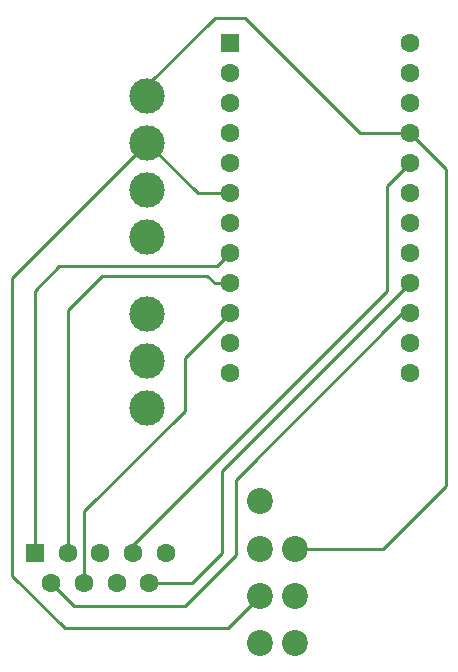
<source format=gbr>
%TF.GenerationSoftware,KiCad,Pcbnew,(5.1.10-1-10_14)*%
%TF.CreationDate,2021-08-22T18:05:08-04:00*%
%TF.ProjectId,Triple Controller,54726970-6c65-4204-936f-6e74726f6c6c,rev?*%
%TF.SameCoordinates,Original*%
%TF.FileFunction,Copper,L1,Top*%
%TF.FilePolarity,Positive*%
%FSLAX46Y46*%
G04 Gerber Fmt 4.6, Leading zero omitted, Abs format (unit mm)*
G04 Created by KiCad (PCBNEW (5.1.10-1-10_14)) date 2021-08-22 18:05:08*
%MOMM*%
%LPD*%
G01*
G04 APERTURE LIST*
%TA.AperFunction,ComponentPad*%
%ADD10C,3.000000*%
%TD*%
%TA.AperFunction,ComponentPad*%
%ADD11C,1.600000*%
%TD*%
%TA.AperFunction,ComponentPad*%
%ADD12R,1.600000X1.600000*%
%TD*%
%TA.AperFunction,ComponentPad*%
%ADD13C,2.200000*%
%TD*%
%TA.AperFunction,Conductor*%
%ADD14C,0.250000*%
%TD*%
G04 APERTURE END LIST*
D10*
%TO.P,J2,7*%
%TO.N,Net-(J1-Pad1)*%
X142875000Y-60790000D03*
%TO.P,J2,6*%
%TO.N,Net-(J2-Pad6)*%
X142875000Y-56790000D03*
%TO.P,J2,5*%
%TO.N,Net-(J2-Pad5)*%
X142875000Y-52790000D03*
%TO.P,J2,4*%
%TO.N,Net-(J2-Pad4)*%
X142875000Y-46290000D03*
%TO.P,J2,3*%
%TO.N,Net-(J1-Pad3)*%
X142875000Y-42290000D03*
%TO.P,J2,2*%
%TO.N,Net-(J1-Pad2)*%
X142875000Y-38290000D03*
%TO.P,J2,1*%
%TO.N,Net-(J1-Pad7)*%
X142875000Y-34290000D03*
%TD*%
D11*
%TO.P,J3,9*%
%TO.N,Net-(J3-Pad9)*%
X143045000Y-75565000D03*
%TO.P,J3,8*%
%TO.N,Net-(J1-Pad1)*%
X140275000Y-75565000D03*
%TO.P,J3,7*%
%TO.N,Net-(J3-Pad7)*%
X137505000Y-75565000D03*
%TO.P,J3,6*%
%TO.N,Net-(J3-Pad6)*%
X134735000Y-75565000D03*
%TO.P,J3,5*%
%TO.N,Net-(J1-Pad7)*%
X144430000Y-73025000D03*
%TO.P,J3,4*%
%TO.N,Net-(J3-Pad4)*%
X141660000Y-73025000D03*
%TO.P,J3,3*%
%TO.N,Net-(J3-Pad3)*%
X138890000Y-73025000D03*
%TO.P,J3,2*%
%TO.N,Net-(J3-Pad2)*%
X136120000Y-73025000D03*
D12*
%TO.P,J3,1*%
%TO.N,Net-(J3-Pad1)*%
X133350000Y-73025000D03*
%TD*%
D11*
%TO.P,U1,24*%
%TO.N,Net-(U1-Pad24)*%
X165100000Y-29845000D03*
%TO.P,U1,23*%
%TO.N,Net-(J1-Pad1)*%
X165100000Y-32385000D03*
%TO.P,U1,22*%
%TO.N,Net-(U1-Pad22)*%
X165100000Y-34925000D03*
%TO.P,U1,21*%
%TO.N,Net-(J1-Pad7)*%
X165100000Y-37465000D03*
%TO.P,U1,20*%
%TO.N,Net-(J3-Pad4)*%
X165100000Y-40005000D03*
%TO.P,U1,19*%
%TO.N,Net-(J3-Pad3)*%
X165100000Y-42545000D03*
%TO.P,U1,18*%
%TO.N,Net-(J2-Pad4)*%
X165100000Y-45085000D03*
%TO.P,U1,17*%
%TO.N,Net-(J1-Pad4)*%
X165100000Y-47625000D03*
%TO.P,U1,16*%
%TO.N,Net-(J3-Pad9)*%
X165100000Y-50165000D03*
%TO.P,U1,15*%
%TO.N,Net-(J3-Pad6)*%
X165100000Y-52705000D03*
%TO.P,U1,14*%
%TO.N,Net-(U1-Pad14)*%
X165100000Y-55245000D03*
%TO.P,U1,13*%
%TO.N,Net-(U1-Pad13)*%
X165100000Y-57785000D03*
%TO.P,U1,12*%
%TO.N,Net-(U1-Pad12)*%
X149860000Y-57785000D03*
%TO.P,U1,11*%
%TO.N,Net-(U1-Pad11)*%
X149860000Y-55245000D03*
%TO.P,U1,10*%
%TO.N,Net-(J3-Pad7)*%
X149860000Y-52705000D03*
%TO.P,U1,9*%
%TO.N,Net-(J3-Pad2)*%
X149860000Y-50165000D03*
%TO.P,U1,8*%
%TO.N,Net-(J3-Pad1)*%
X149860000Y-47625000D03*
%TO.P,U1,7*%
%TO.N,Net-(U1-Pad7)*%
X149860000Y-45085000D03*
%TO.P,U1,6*%
%TO.N,Net-(J1-Pad2)*%
X149860000Y-42545000D03*
%TO.P,U1,5*%
%TO.N,Net-(J1-Pad3)*%
X149860000Y-40005000D03*
%TO.P,U1,4*%
%TO.N,Net-(J1-Pad1)*%
X149860000Y-37465000D03*
%TO.P,U1,3*%
X149860000Y-34925000D03*
%TO.P,U1,2*%
%TO.N,Net-(U1-Pad2)*%
X149860000Y-32385000D03*
D12*
%TO.P,U1,1*%
%TO.N,Net-(U1-Pad1)*%
X149860000Y-29845000D03*
%TD*%
D13*
%TO.P,J1,7*%
%TO.N,Net-(J1-Pad7)*%
X155400000Y-72645000D03*
%TO.P,J1,6*%
%TO.N,Net-(J1-Pad6)*%
X155400000Y-76645000D03*
%TO.P,J1,5*%
%TO.N,Net-(J1-Pad5)*%
X155400000Y-80645000D03*
%TO.P,J1,4*%
%TO.N,Net-(J1-Pad4)*%
X152400000Y-68645000D03*
%TO.P,J1,3*%
%TO.N,Net-(J1-Pad3)*%
X152400000Y-72645000D03*
%TO.P,J1,2*%
%TO.N,Net-(J1-Pad2)*%
X152400000Y-76645000D03*
%TO.P,J1,1*%
%TO.N,Net-(J1-Pad1)*%
X152400000Y-80645000D03*
%TD*%
D14*
%TO.N,Net-(J1-Pad2)*%
X147130000Y-42545000D02*
X142875000Y-38290000D01*
X149860000Y-42545000D02*
X147130000Y-42545000D01*
X142875000Y-38290000D02*
X131445000Y-49720000D01*
X131445000Y-49720000D02*
X131445000Y-74930000D01*
X131445000Y-74930000D02*
X135890000Y-79375000D01*
X149670000Y-79375000D02*
X152400000Y-76645000D01*
X135890000Y-79375000D02*
X149670000Y-79375000D01*
%TO.N,Net-(J1-Pad7)*%
X165100000Y-37465000D02*
X160909000Y-37465000D01*
X160909000Y-37465000D02*
X151130000Y-27686000D01*
X151130000Y-27686000D02*
X148590000Y-27686000D01*
X142875000Y-33401000D02*
X142875000Y-34290000D01*
X148590000Y-27686000D02*
X142875000Y-33401000D01*
X165100000Y-37465000D02*
X168148000Y-40513000D01*
X168148000Y-40513000D02*
X168148000Y-67310000D01*
X162813000Y-72645000D02*
X155400000Y-72645000D01*
X168148000Y-67310000D02*
X162813000Y-72645000D01*
%TO.N,Net-(J3-Pad9)*%
X165100000Y-50165000D02*
X149225000Y-66040000D01*
X149225000Y-66040000D02*
X149225000Y-73025000D01*
X146685000Y-75565000D02*
X143045000Y-75565000D01*
X149225000Y-73025000D02*
X146685000Y-75565000D01*
%TO.N,Net-(J3-Pad7)*%
X137505000Y-69505000D02*
X137505000Y-75565000D01*
X146050000Y-60960000D02*
X137505000Y-69505000D01*
X146050000Y-56515000D02*
X146050000Y-60960000D01*
X149860000Y-52705000D02*
X146050000Y-56515000D01*
%TO.N,Net-(J3-Pad6)*%
X136640000Y-77470000D02*
X134735000Y-75565000D01*
X146050000Y-77470000D02*
X136640000Y-77470000D01*
X164465000Y-52705000D02*
X165100000Y-52705000D01*
X150368000Y-66802000D02*
X164465000Y-52705000D01*
X150368000Y-73152000D02*
X146050000Y-77470000D01*
X150368000Y-66802000D02*
X150368000Y-73152000D01*
%TO.N,Net-(J3-Pad4)*%
X165100000Y-40005000D02*
X163195000Y-41910000D01*
X163195000Y-41910000D02*
X163195000Y-50800000D01*
X141660000Y-72335000D02*
X141660000Y-73025000D01*
X163195000Y-50800000D02*
X141660000Y-72335000D01*
%TO.N,Net-(J3-Pad2)*%
X136120000Y-52475000D02*
X136120000Y-73025000D01*
X147955000Y-49530000D02*
X139065000Y-49530000D01*
X148590000Y-50165000D02*
X147955000Y-49530000D01*
X139065000Y-49530000D02*
X136120000Y-52475000D01*
X149860000Y-50165000D02*
X148590000Y-50165000D01*
%TO.N,Net-(J3-Pad1)*%
X148734999Y-48750001D02*
X135399999Y-48750001D01*
X149860000Y-47625000D02*
X148734999Y-48750001D01*
X135399999Y-48750001D02*
X133350000Y-50800000D01*
X133350000Y-50800000D02*
X133350000Y-73025000D01*
%TD*%
M02*

</source>
